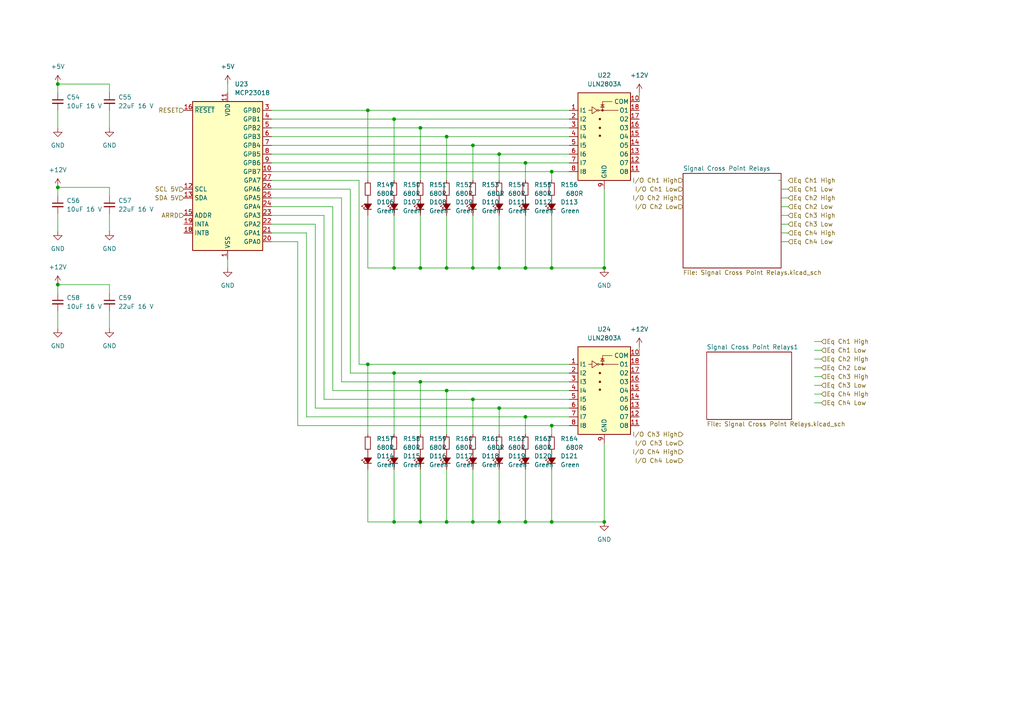
<source format=kicad_sch>
(kicad_sch (version 20211123) (generator eeschema)
  (paper "A4")
  (lib_symbols
    (symbol "Device:C_Small" (pin_numbers hide) (pin_names (offset 0.254) hide)
      (property "Reference" "C" (at 0.254 1.778 0))
      (property "Value" "C_Small" (at 0.254 -2.032 0))
      (symbol "C_Small_0_1"
        (polyline (pts (xy -1.524 -0.508) (xy 1.524 -0.508)) (stroke (width 0.3302)))
        (polyline (pts (xy -1.524 0.508) (xy 1.524 0.508)) (stroke (width 0.3048)))
      )
      (symbol "C_Small_1_1"
        (pin passive line (at 0 2.54 270) (length 2.032) (name "~") (number "1"))
        (pin passive line (at 0 -2.54 90) (length 2.032) (name "~") (number "2"))
      )
    )
    (symbol "Device:LED_Small_Filled" (pin_numbers hide) (pin_names (offset 0.254) hide)
      (property "Reference" "D" (at -1.27 3.175 0))
      (property "Value" "LED_Small_Filled" (at -4.445 -2.54 0))
      (symbol "LED_Small_Filled_0_1"
        (polyline (pts (xy -0.762 -1.016) (xy -0.762 1.016)) (stroke (width 0.254)))
        (polyline (pts (xy 1.016 0) (xy -0.762 0)))
        (polyline (pts (xy 0.762 -1.016) (xy -0.762 0) (xy 0.762 1.016) (xy 0.762 -1.016)) (stroke (width 0.254)) (fill (type outline)))
        (polyline (pts (xy 0 0.762) (xy -0.508 1.27) (xy -0.254 1.27) (xy -0.508 1.27) (xy -0.508 1.016)))
        (polyline (pts (xy 0.508 1.27) (xy 0 1.778) (xy 0.254 1.778) (xy 0 1.778) (xy 0 1.524)))
      )
      (symbol "LED_Small_Filled_1_1"
        (pin passive line (at -2.54 0 0) (length 1.778) (name "K") (number "1"))
        (pin passive line (at 2.54 0 180) (length 1.778) (name "A") (number "2"))
      )
    )
    (symbol "Device:R_Small" (pin_numbers hide) (pin_names (offset 0.254) hide)
      (property "Reference" "R" (at 0.762 0.508 0))
      (property "Value" "R_Small" (at 0.762 -1.016 0))
      (symbol "R_Small_0_1"
        (rectangle (start -0.762 1.778) (end 0.762 -1.778) (stroke (width 0.2032)))
      )
      (symbol "R_Small_1_1"
        (pin passive line (at 0 2.54 270) (length 0.762) (name "~") (number "1"))
        (pin passive line (at 0 -2.54 90) (length 0.762) (name "~") (number "2"))
      )
    )
    (symbol "MCP23018:MCP23018"
      (property "Reference" "U" (at 0 0 0))
      (property "Value" "MCP23018" (at 0 0 0))
      (symbol "MCP23018_0_1"
        (rectangle (start -10.16 20.32) (end 10.16 -22.86) (stroke (width 0.254)) (fill (type background)))
      )
      (symbol "MCP23018_1_1"
        (pin power_in line (at 0 -25.4 90) (length 2.54) (name "VSS") (number "1"))
        (pin output line (at 12.7 0 180) (length 2.54) (name "GPB7") (number "10"))
        (pin power_in line (at 0 22.86 270) (length 2.54) (name "VDD") (number "11"))
        (pin input line (at -12.7 -5.08 0) (length 2.54) (name "SCL") (number "12"))
        (pin input line (at -12.7 -7.62 0) (length 2.54) (name "SDA") (number "13"))
        (pin input line (at -12.7 -12.7 0) (length 2.54) (name "ADDR") (number "15"))
        (pin input line (at -12.7 17.78 0) (length 2.54) (name "~{RESET}") (number "16"))
        (pin input line (at -12.7 -17.78 0) (length 2.54) (name "INTB") (number "18"))
        (pin input line (at -12.7 -15.24 0) (length 2.54) (name "INTA") (number "19"))
        (pin output line (at 12.7 -20.32 180) (length 2.54) (name "GPA0") (number "20"))
        (pin output line (at 12.7 -17.78 180) (length 2.54) (name "GPA1") (number "21"))
        (pin output line (at 12.7 -15.24 180) (length 2.54) (name "GPA2") (number "22"))
        (pin output line (at 12.7 -12.7 180) (length 2.54) (name "GPA3") (number "23"))
        (pin output line (at 12.7 -10.16 180) (length 2.54) (name "GPA4") (number "24"))
        (pin output line (at 12.7 -7.62 180) (length 2.54) (name "GPA5") (number "25"))
        (pin output line (at 12.7 -5.08 180) (length 2.54) (name "GPA6") (number "26"))
        (pin output line (at 12.7 -2.54 180) (length 2.54) (name "GPA7") (number "27"))
        (pin output line (at 12.7 17.78 180) (length 2.54) (name "GPB0") (number "3"))
        (pin output line (at 12.7 15.24 180) (length 2.54) (name "GPB1") (number "4"))
        (pin output line (at 12.7 12.7 180) (length 2.54) (name "GPB2") (number "5"))
        (pin output line (at 12.7 10.16 180) (length 2.54) (name "GPB3") (number "6"))
        (pin output line (at 12.7 7.62 180) (length 2.54) (name "GPB4") (number "7"))
        (pin output line (at 12.7 5.08 180) (length 2.54) (name "GPB5") (number "8"))
        (pin output line (at 12.7 2.54 180) (length 2.54) (name "GPB6") (number "9"))
      )
    )
    (symbol "Transistor_Array:ULN2803A"
      (property "Reference" "U" (at 0 13.335 0))
      (property "Value" "ULN2803A" (at 0 11.43 0))
      (symbol "ULN2803A_0_1"
        (rectangle (start -7.62 -15.24) (end 7.62 10.16) (stroke (width 0.254)) (fill (type background)))
        (circle (center -1.778 5.08) (radius 0.254))
        (circle (center -1.27 -2.286) (radius 0.254) (fill (type outline)))
        (circle (center -1.27 0) (radius 0.254) (fill (type outline)))
        (circle (center -1.27 2.54) (radius 0.254) (fill (type outline)))
        (circle (center -0.508 5.08) (radius 0.254) (fill (type outline)))
        (polyline (pts (xy -4.572 5.08) (xy -3.556 5.08)))
        (polyline (pts (xy -1.524 5.08) (xy 4.064 5.08)))
        (polyline (pts (xy 0 6.731) (xy -1.016 6.731)))
        (polyline (pts (xy -0.508 5.08) (xy -0.508 7.62) (xy 2.286 7.62)))
        (polyline (pts (xy -3.556 6.096) (xy -3.556 4.064) (xy -2.032 5.08) (xy -3.556 6.096)))
        (polyline (pts (xy 0 5.969) (xy -1.016 5.969) (xy -0.508 6.731) (xy 0 5.969)))
      )
      (symbol "ULN2803A_1_1"
        (pin input line (at -10.16 5.08 0) (length 2.54) (name "I1") (number "1"))
        (pin passive line (at 10.16 7.62 180) (length 2.54) (name "COM") (number "10"))
        (pin open_collector line (at 10.16 -12.7 180) (length 2.54) (name "O8") (number "11"))
        (pin open_collector line (at 10.16 -10.16 180) (length 2.54) (name "O7") (number "12"))
        (pin open_collector line (at 10.16 -7.62 180) (length 2.54) (name "O6") (number "13"))
        (pin open_collector line (at 10.16 -5.08 180) (length 2.54) (name "O5") (number "14"))
        (pin open_collector line (at 10.16 -2.54 180) (length 2.54) (name "O4") (number "15"))
        (pin open_collector line (at 10.16 0 180) (length 2.54) (name "O3") (number "16"))
        (pin open_collector line (at 10.16 2.54 180) (length 2.54) (name "O2") (number "17"))
        (pin open_collector line (at 10.16 5.08 180) (length 2.54) (name "O1") (number "18"))
        (pin input line (at -10.16 2.54 0) (length 2.54) (name "I2") (number "2"))
        (pin input line (at -10.16 0 0) (length 2.54) (name "I3") (number "3"))
        (pin input line (at -10.16 -2.54 0) (length 2.54) (name "I4") (number "4"))
        (pin input line (at -10.16 -5.08 0) (length 2.54) (name "I5") (number "5"))
        (pin input line (at -10.16 -7.62 0) (length 2.54) (name "I6") (number "6"))
        (pin input line (at -10.16 -10.16 0) (length 2.54) (name "I7") (number "7"))
        (pin input line (at -10.16 -12.7 0) (length 2.54) (name "I8") (number "8"))
        (pin power_in line (at 0 -17.78 90) (length 2.54) (name "GND") (number "9"))
      )
    )
    (symbol "power:+12V" (power) (pin_names (offset 0))
      (property "Value" "+12V" (at 0 3.556 0))
      (symbol "+12V_0_1"
        (polyline (pts (xy -0.762 1.27) (xy 0 2.54)))
        (polyline (pts (xy 0 0) (xy 0 2.54)))
        (polyline (pts (xy 0 2.54) (xy 0.762 1.27)))
      )
      (symbol "+12V_1_1"
        (pin power_in line (at 0 0 90) (length 0) hide (name "+12V") (number "1"))
      )
    )
    (symbol "power:+5V" (power) (pin_names (offset 0))
      (property "Value" "+5V" (at 0 3.556 0))
      (symbol "+5V_0_1"
        (polyline (pts (xy -0.762 1.27) (xy 0 2.54)))
        (polyline (pts (xy 0 0) (xy 0 2.54)))
        (polyline (pts (xy 0 2.54) (xy 0.762 1.27)))
      )
      (symbol "+5V_1_1"
        (pin power_in line (at 0 0 90) (length 0) hide (name "+5V") (number "1"))
      )
    )
    (symbol "power:GND" (power) (pin_names (offset 0))
      (property "Value" "GND" (at 0 -3.81 0))
      (symbol "GND_0_1"
        (polyline (pts (xy 0 0) (xy 0 -1.27) (xy 1.27 -1.27) (xy 0 -2.54) (xy -1.27 -1.27) (xy 0 -1.27)))
      )
      (symbol "GND_1_1"
        (pin power_in line (at 0 0 270) (length 0) hide (name "GND") (number "1"))
      )
    )
  )
  (junction (at 121.92 37.084))
  (junction (at 160.02 77.724))
  (junction (at 16.764 54.356))
  (junction (at 106.68 32.004))
  (junction (at 121.92 151.384))
  (junction (at 16.764 82.55))
  (junction (at 114.3 151.384))
  (junction (at 114.3 108.204))
  (junction (at 152.4 151.384))
  (junction (at 121.92 77.724))
  (junction (at 137.16 115.824))
  (junction (at 129.54 77.724))
  (junction (at 175.26 77.724))
  (junction (at 175.26 151.384))
  (junction (at 114.3 77.724))
  (junction (at 129.54 113.284))
  (junction (at 137.16 42.164))
  (junction (at 152.4 120.904))
  (junction (at 144.78 118.364))
  (junction (at 137.16 151.384))
  (junction (at 144.78 151.384))
  (junction (at 16.764 24.384))
  (junction (at 144.78 77.724))
  (junction (at 121.92 110.744))
  (junction (at 160.02 151.384))
  (junction (at 106.68 105.664))
  (junction (at 152.4 47.244))
  (junction (at 129.54 39.624))
  (junction (at 137.16 77.724))
  (junction (at 152.4 77.724))
  (junction (at 129.54 151.384))
  (junction (at 114.3 34.544))
  (junction (at 160.02 123.444))
  (junction (at 144.78 44.704))
  (junction (at 160.02 49.784))
  (wire (pts (xy 88.9 120.904) (xy 152.4 120.904)))
  (wire (pts (xy 78.74 59.944) (xy 96.52 59.944)))
  (wire (pts (xy 121.92 77.724) (xy 129.54 77.724)))
  (wire (pts (xy 31.75 85.09) (xy 31.75 82.55)))
  (wire (pts (xy 121.92 37.084) (xy 165.1 37.084)))
  (wire (pts (xy 129.54 62.484) (xy 129.54 77.724)))
  (wire (pts (xy 91.44 65.024) (xy 78.74 65.024)))
  (wire (pts (xy 99.06 110.744) (xy 121.92 110.744)))
  (wire (pts (xy 238.252 99.06) (xy 236.22 99.06)))
  (wire (pts (xy 106.68 32.004) (xy 106.68 52.324)))
  (wire (pts (xy 152.4 47.244) (xy 165.1 47.244)))
  (wire (pts (xy 144.78 151.384) (xy 152.4 151.384)))
  (wire (pts (xy 160.02 77.724) (xy 175.26 77.724)))
  (wire (pts (xy 114.3 62.484) (xy 114.3 77.724)))
  (wire (pts (xy 228.6 54.864) (xy 226.568 54.864)))
  (wire (pts (xy 106.68 62.484) (xy 106.68 77.724)))
  (wire (pts (xy 129.54 113.284) (xy 129.54 125.984)))
  (wire (pts (xy 144.78 136.144) (xy 144.78 151.384)))
  (wire (pts (xy 137.16 115.824) (xy 165.1 115.824)))
  (wire (pts (xy 185.42 26.924) (xy 185.42 29.464)))
  (wire (pts (xy 238.252 111.76) (xy 236.22 111.76)))
  (wire (pts (xy 114.3 34.544) (xy 114.3 52.324)))
  (wire (pts (xy 129.54 113.284) (xy 96.52 113.284)))
  (wire (pts (xy 78.74 54.864) (xy 101.6 54.864)))
  (wire (pts (xy 137.16 115.824) (xy 137.16 125.984)))
  (wire (pts (xy 137.16 62.484) (xy 137.16 77.724)))
  (wire (pts (xy 93.98 62.484) (xy 93.98 115.824)))
  (wire (pts (xy 106.68 136.144) (xy 106.68 151.384)))
  (wire (pts (xy 160.02 136.144) (xy 160.02 151.384)))
  (wire (pts (xy 238.252 104.14) (xy 236.22 104.14)))
  (wire (pts (xy 129.54 113.284) (xy 165.1 113.284)))
  (wire (pts (xy 160.02 123.444) (xy 160.02 125.984)))
  (wire (pts (xy 129.54 39.624) (xy 165.1 39.624)))
  (wire (pts (xy 66.04 75.184) (xy 66.04 77.724)))
  (wire (pts (xy 137.16 77.724) (xy 144.78 77.724)))
  (wire (pts (xy 78.74 34.544) (xy 114.3 34.544)))
  (wire (pts (xy 121.92 136.144) (xy 121.92 151.384)))
  (wire (pts (xy 160.02 49.784) (xy 160.02 52.324)))
  (wire (pts (xy 238.252 114.3) (xy 236.22 114.3)))
  (wire (pts (xy 121.92 151.384) (xy 129.54 151.384)))
  (wire (pts (xy 137.16 42.164) (xy 137.16 52.324)))
  (wire (pts (xy 78.74 42.164) (xy 137.16 42.164)))
  (wire (pts (xy 228.6 57.404) (xy 226.568 57.404)))
  (wire (pts (xy 144.78 44.704) (xy 165.1 44.704)))
  (wire (pts (xy 144.78 118.364) (xy 144.78 125.984)))
  (wire (pts (xy 16.764 32.004) (xy 16.764 37.084)))
  (wire (pts (xy 121.92 110.744) (xy 165.1 110.744)))
  (wire (pts (xy 228.6 62.484) (xy 226.568 62.484)))
  (wire (pts (xy 78.74 37.084) (xy 121.92 37.084)))
  (wire (pts (xy 86.36 123.444) (xy 86.36 70.104)))
  (wire (pts (xy 96.52 59.944) (xy 96.52 113.284)))
  (wire (pts (xy 106.68 77.724) (xy 114.3 77.724)))
  (wire (pts (xy 114.3 136.144) (xy 114.3 151.384)))
  (wire (pts (xy 16.764 90.17) (xy 16.764 95.25)))
  (wire (pts (xy 137.16 42.164) (xy 165.1 42.164)))
  (wire (pts (xy 106.68 105.664) (xy 165.1 105.664)))
  (wire (pts (xy 31.75 90.17) (xy 31.75 95.25)))
  (wire (pts (xy 175.26 54.864) (xy 175.26 77.724)))
  (wire (pts (xy 238.252 106.68) (xy 236.22 106.68)))
  (wire (pts (xy 86.36 70.104) (xy 78.74 70.104)))
  (wire (pts (xy 114.3 34.544) (xy 165.1 34.544)))
  (wire (pts (xy 91.44 65.024) (xy 91.44 118.364)))
  (wire (pts (xy 228.6 65.024) (xy 226.568 65.024)))
  (wire (pts (xy 228.6 70.104) (xy 226.568 70.104)))
  (wire (pts (xy 114.3 151.384) (xy 121.92 151.384)))
  (wire (pts (xy 152.4 62.484) (xy 152.4 77.724)))
  (wire (pts (xy 160.02 123.444) (xy 86.36 123.444)))
  (wire (pts (xy 31.75 32.004) (xy 31.75 37.084)))
  (wire (pts (xy 106.68 32.004) (xy 165.1 32.004)))
  (wire (pts (xy 78.74 57.404) (xy 99.06 57.404)))
  (wire (pts (xy 121.92 62.484) (xy 121.92 77.724)))
  (wire (pts (xy 228.6 67.564) (xy 226.568 67.564)))
  (wire (pts (xy 129.54 136.144) (xy 129.54 151.384)))
  (wire (pts (xy 175.26 128.524) (xy 175.26 151.384)))
  (wire (pts (xy 160.02 151.384) (xy 175.26 151.384)))
  (wire (pts (xy 144.78 62.484) (xy 144.78 77.724)))
  (wire (pts (xy 16.764 54.356) (xy 31.75 54.356)))
  (wire (pts (xy 78.74 44.704) (xy 144.78 44.704)))
  (wire (pts (xy 238.252 109.22) (xy 236.22 109.22)))
  (wire (pts (xy 160.02 123.444) (xy 165.1 123.444)))
  (wire (pts (xy 152.4 151.384) (xy 160.02 151.384)))
  (wire (pts (xy 78.74 47.244) (xy 152.4 47.244)))
  (wire (pts (xy 144.78 118.364) (xy 91.44 118.364)))
  (wire (pts (xy 31.75 26.924) (xy 31.75 24.384)))
  (wire (pts (xy 104.14 105.664) (xy 106.68 105.664)))
  (wire (pts (xy 144.78 77.724) (xy 152.4 77.724)))
  (wire (pts (xy 129.54 39.624) (xy 129.54 52.324)))
  (wire (pts (xy 152.4 136.144) (xy 152.4 151.384)))
  (wire (pts (xy 16.764 24.384) (xy 31.75 24.384)))
  (wire (pts (xy 93.98 115.824) (xy 137.16 115.824)))
  (wire (pts (xy 16.764 61.976) (xy 16.764 67.056)))
  (wire (pts (xy 238.252 101.6) (xy 236.22 101.6)))
  (wire (pts (xy 114.3 108.204) (xy 165.1 108.204)))
  (wire (pts (xy 238.252 116.84) (xy 236.22 116.84)))
  (wire (pts (xy 106.68 151.384) (xy 114.3 151.384)))
  (wire (pts (xy 78.74 49.784) (xy 160.02 49.784)))
  (wire (pts (xy 78.74 52.324) (xy 104.14 52.324)))
  (wire (pts (xy 160.02 62.484) (xy 160.02 77.724)))
  (wire (pts (xy 137.16 136.144) (xy 137.16 151.384)))
  (wire (pts (xy 31.75 56.896) (xy 31.75 54.356)))
  (wire (pts (xy 144.78 44.704) (xy 144.78 52.324)))
  (wire (pts (xy 31.75 61.976) (xy 31.75 67.056)))
  (wire (pts (xy 152.4 77.724) (xy 160.02 77.724)))
  (wire (pts (xy 16.764 85.09) (xy 16.764 82.55)))
  (wire (pts (xy 185.42 100.584) (xy 185.42 103.124)))
  (wire (pts (xy 121.92 110.744) (xy 121.92 125.984)))
  (wire (pts (xy 137.16 151.384) (xy 144.78 151.384)))
  (wire (pts (xy 114.3 108.204) (xy 114.3 125.984)))
  (wire (pts (xy 16.764 82.55) (xy 31.75 82.55)))
  (wire (pts (xy 228.6 59.944) (xy 226.568 59.944)))
  (wire (pts (xy 144.78 118.364) (xy 165.1 118.364)))
  (wire (pts (xy 152.4 47.244) (xy 152.4 52.324)))
  (wire (pts (xy 78.74 62.484) (xy 93.98 62.484)))
  (wire (pts (xy 121.92 37.084) (xy 121.92 52.324)))
  (wire (pts (xy 16.764 26.924) (xy 16.764 24.384)))
  (wire (pts (xy 66.04 24.384) (xy 66.04 26.924)))
  (wire (pts (xy 101.6 108.204) (xy 114.3 108.204)))
  (wire (pts (xy 78.74 39.624) (xy 129.54 39.624)))
  (wire (pts (xy 16.764 56.896) (xy 16.764 54.356)))
  (wire (pts (xy 160.02 49.784) (xy 165.1 49.784)))
  (wire (pts (xy 106.68 125.984) (xy 106.68 105.664)))
  (wire (pts (xy 99.06 57.404) (xy 99.06 110.744)))
  (wire (pts (xy 101.6 54.864) (xy 101.6 108.204)))
  (wire (pts (xy 129.54 77.724) (xy 137.16 77.724)))
  (wire (pts (xy 88.9 67.564) (xy 78.74 67.564)))
  (wire (pts (xy 104.14 52.324) (xy 104.14 105.664)))
  (wire (pts (xy 88.9 67.564) (xy 88.9 120.904)))
  (wire (pts (xy 114.3 77.724) (xy 121.92 77.724)))
  (wire (pts (xy 129.54 151.384) (xy 137.16 151.384)))
  (wire (pts (xy 226.568 52.324) (xy 225.806 52.324)))
  (wire (pts (xy 152.4 120.904) (xy 165.1 120.904)))
  (wire (pts (xy 78.74 32.004) (xy 106.68 32.004)))
  (wire (pts (xy 152.4 120.904) (xy 152.4 125.984)))
  (hierarchical_label "I{slash}O Ch4 Low" (shape input) (at 198.12 133.604 180))
  (hierarchical_label "I{slash}O Ch1 High" (shape input) (at 198.12 52.324 180))
  (hierarchical_label "Eq Ch3 Low" (shape input) (at 238.252 111.76 0))
  (hierarchical_label "Eq Ch1 High" (shape input) (at 228.6 52.324 0))
  (hierarchical_label "Eq Ch2 Low" (shape input) (at 238.252 106.68 0))
  (hierarchical_label "Eq Ch4 High" (shape input) (at 238.252 114.3 0))
  (hierarchical_label "Eq Ch4 High" (shape input) (at 228.6 67.564 0))
  (hierarchical_label "Eq Ch3 High" (shape input) (at 228.6 62.484 0))
  (hierarchical_label "I{slash}O Ch3 High" (shape input) (at 198.12 125.984 180))
  (hierarchical_label "Eq Ch3 High" (shape input) (at 238.252 109.22 0))
  (hierarchical_label "SDA 5V" (shape input) (at 53.34 57.404 180))
  (hierarchical_label "RESET" (shape input) (at 53.34 32.004 180))
  (hierarchical_label "SCL 5V" (shape input) (at 53.34 54.864 180))
  (hierarchical_label "Eq Ch1 Low" (shape input) (at 238.252 101.6 0))
  (hierarchical_label "Eq Ch4 Low" (shape input) (at 228.6 70.104 0))
  (hierarchical_label "ARRD" (shape input) (at 53.34 62.484 180))
  (hierarchical_label "Eq Ch3 Low" (shape input) (at 228.6 65.024 0))
  (hierarchical_label "Eq Ch2 Low" (shape input) (at 228.6 59.944 0))
  (hierarchical_label "Eq Ch1 High" (shape input) (at 238.252 99.06 0))
  (hierarchical_label "Eq Ch4 Low" (shape input) (at 238.252 116.84 0))
  (hierarchical_label "I{slash}O Ch4 High" (shape input) (at 198.12 131.064 180))
  (hierarchical_label "Eq Ch1 Low" (shape input) (at 228.6 54.864 0))
  (hierarchical_label "I{slash}O Ch3 Low" (shape input) (at 198.12 128.524 180))
  (hierarchical_label "Eq Ch2 High" (shape input) (at 238.252 104.14 0))
  (hierarchical_label "I{slash}O Ch2 Low" (shape input) (at 198.12 59.944 180))
  (hierarchical_label "I{slash}O Ch1 Low" (shape input) (at 198.12 54.864 180))
  (hierarchical_label "I{slash}O Ch2 High" (shape input) (at 198.12 57.404 180))
  (hierarchical_label "Eq Ch2 High" (shape input) (at 228.6 57.404 0))
  (symbol (lib_id "Device:R_Small") (at 160.02 54.864 0) (unit 1)
    (property "Reference" "R156" (at 162.56 53.5939 0) (effects (justify left)))
    (property "Value" "680R" (at 164.084 56.1339 0) (effects (justify left)))
    (property "Footprint" "Resistor_SMD:R_1206_3216Metric_Pad1.30x1.75mm_HandSolder" (effects hide))
    (property "Datasheet" "https://industrial.panasonic.com/ww/products/pt/general-purpose-chip-resistors/models/ERJ6GEYJ681V" (effects hide))
    (property "DigiKey #" "P680ACT-ND" (effects hide))
    (property "Manufacturer #" "ERJ-6GEYJ681V" (effects hide))
    (property "Manufacturer" "Panasonic Electronics Company" (effects hide))
    (property "Farnell #" "2057697" (effects hide))
  )
  (symbol (lib_id "power:+12V") (at 16.764 82.55 0) (unit 1)
    (property "Reference" "#PWR0268" (effects hide))
    (property "Value" "+12V" (at 16.764 77.47 0))
  )
  (symbol (lib_id "power:+5V") (at 16.764 24.384 0) (unit 1)
    (property "Reference" "#PWR0258" (effects hide))
    (property "Value" "+5V" (at 16.764 19.304 0))
  )
  (symbol (lib_id "Device:LED_Small_Filled") (at 144.78 59.944 90) (unit 1)
    (property "Reference" "D111" (at 147.32 58.6104 90) (effects (justify right)))
    (property "Value" "Green" (at 147.32 61.1504 90) (effects (justify right)))
    (property "Footprint" "Diode_SMD:D_0805_2012Metric_Pad1.15x1.40mm_HandSolder" (effects hide))
    (property "Datasheet" "https://www.we-online.com/katalog/datasheet/150080VS75000.pdf" (effects hide))
    (property "DigiKey #" "732-4986-1-ND" (effects hide))
    (property "Manufacturer #" "150080VS75000" (effects hide))
    (property "Manufacturer" "Würth Elektronik" (effects hide))
    (property "Farnell #" "2322081" (effects hide))
    (property "Mouser #" "710-150080VS75000" (effects hide))
    (property "RS #" "8154237P" (effects hide))
  )
  (symbol (lib_id "Device:LED_Small_Filled") (at 106.68 133.604 90) (unit 1)
    (property "Reference" "D114" (at 109.22 132.2704 90) (effects (justify right)))
    (property "Value" "Green" (at 109.22 134.8104 90) (effects (justify right)))
    (property "Footprint" "Diode_SMD:D_0805_2012Metric_Pad1.15x1.40mm_HandSolder" (effects hide))
    (property "Datasheet" "https://www.we-online.com/katalog/datasheet/150080VS75000.pdf" (effects hide))
    (property "DigiKey #" "732-4986-1-ND" (effects hide))
    (property "Manufacturer #" "150080VS75000" (effects hide))
    (property "Manufacturer" "Würth Elektronik" (effects hide))
    (property "Farnell #" "2322081" (effects hide))
    (property "Mouser #" "710-150080VS75000" (effects hide))
    (property "RS #" "8154237P" (effects hide))
  )
  (symbol (lib_id "Device:LED_Small_Filled") (at 152.4 59.944 90) (unit 1)
    (property "Reference" "D112" (at 154.94 58.6104 90) (effects (justify right)))
    (property "Value" "Green" (at 154.94 61.1504 90) (effects (justify right)))
    (property "Footprint" "Diode_SMD:D_0805_2012Metric_Pad1.15x1.40mm_HandSolder" (effects hide))
    (property "Datasheet" "https://www.we-online.com/katalog/datasheet/150080VS75000.pdf" (effects hide))
    (property "DigiKey #" "732-4986-1-ND" (effects hide))
    (property "Manufacturer #" "150080VS75000" (effects hide))
    (property "Manufacturer" "Würth Elektronik" (effects hide))
    (property "Farnell #" "2322081" (effects hide))
    (property "Mouser #" "710-150080VS75000" (effects hide))
    (property "RS #" "8154237P" (effects hide))
  )
  (symbol (lib_id "Device:LED_Small_Filled") (at 129.54 133.604 90) (unit 1)
    (property "Reference" "D117" (at 132.08 132.2704 90) (effects (justify right)))
    (property "Value" "Green" (at 132.08 134.8104 90) (effects (justify right)))
    (property "Footprint" "Diode_SMD:D_0805_2012Metric_Pad1.15x1.40mm_HandSolder" (effects hide))
    (property "Datasheet" "https://www.we-online.com/katalog/datasheet/150080VS75000.pdf" (effects hide))
    (property "DigiKey #" "732-4986-1-ND" (effects hide))
    (property "Manufacturer #" "150080VS75000" (effects hide))
    (property "Manufacturer" "Würth Elektronik" (effects hide))
    (property "Farnell #" "2322081" (effects hide))
    (property "Mouser #" "710-150080VS75000" (effects hide))
    (property "RS #" "8154237P" (effects hide))
  )
  (symbol (lib_id "power:GND") (at 31.75 37.084 0) (unit 1)
    (property "Reference" "#PWR0262" (effects hide))
    (property "Value" "GND" (at 31.75 42.164 0))
  )
  (symbol (lib_id "power:+12V") (at 185.42 100.584 0) (unit 1)
    (property "Reference" "#PWR0271" (effects hide))
    (property "Value" "+12V" (at 185.42 95.504 0))
  )
  (symbol (lib_id "power:GND") (at 31.75 95.25 0) (unit 1)
    (property "Reference" "#PWR0270" (effects hide))
    (property "Value" "GND" (at 31.75 100.33 0))
  )
  (symbol (lib_id "Device:C_Small") (at 16.764 87.63 0) (unit 1)
    (property "Reference" "C58" (at 19.304 86.3662 0) (effects (justify left)))
    (property "Value" "10uF 16 V" (at 19.304 88.9062 0) (effects (justify left)))
    (property "Footprint" "Capacitor_SMD:C_1206_3216Metric_Pad1.33x1.80mm_HandSolder" (effects hide))
    (property "Datasheet" "https://www.we-online.com/katalog/datasheet/885012208075.pdf" (effects hide))
    (property "Manufacturer #" "885012107014" (effects hide))
    (property "DigiKey #" "732-7624-1-ND" (effects hide))
    (property "Manufacturer" "Würth Elektronik" (effects hide))
  )
  (symbol (lib_id "Device:R_Small") (at 144.78 128.524 0) (unit 1)
    (property "Reference" "R162" (at 147.32 127.2539 0) (effects (justify left)))
    (property "Value" "680R" (at 147.32 129.7939 0) (effects (justify left)))
    (property "Footprint" "Resistor_SMD:R_1206_3216Metric_Pad1.30x1.75mm_HandSolder" (effects hide))
    (property "Datasheet" "https://industrial.panasonic.com/ww/products/pt/general-purpose-chip-resistors/models/ERJ6GEYJ681V" (effects hide))
    (property "DigiKey #" "P680ACT-ND" (effects hide))
    (property "Manufacturer #" "ERJ-6GEYJ681V" (effects hide))
    (property "Manufacturer" "Panasonic Electronics Company" (effects hide))
    (property "Farnell #" "2057697" (effects hide))
  )
  (symbol (lib_id "Device:R_Small") (at 137.16 54.864 0) (unit 1)
    (property "Reference" "R153" (at 139.7 53.5939 0) (effects (justify left)))
    (property "Value" "680R" (at 141.224 56.1339 0) (effects (justify left)))
    (property "Footprint" "Resistor_SMD:R_1206_3216Metric_Pad1.30x1.75mm_HandSolder" (effects hide))
    (property "Datasheet" "https://industrial.panasonic.com/ww/products/pt/general-purpose-chip-resistors/models/ERJ6GEYJ681V" (effects hide))
    (property "DigiKey #" "P680ACT-ND" (effects hide))
    (property "Manufacturer #" "ERJ-6GEYJ681V" (effects hide))
    (property "Manufacturer" "Panasonic Electronics Company" (effects hide))
    (property "Farnell #" "2057697" (effects hide))
  )
  (symbol (lib_id "Device:LED_Small_Filled") (at 160.02 59.944 90) (unit 1)
    (property "Reference" "D113" (at 162.56 58.6104 90) (effects (justify right)))
    (property "Value" "Green" (at 162.56 61.1504 90) (effects (justify right)))
    (property "Footprint" "Diode_SMD:D_0805_2012Metric_Pad1.15x1.40mm_HandSolder" (effects hide))
    (property "Datasheet" "https://www.we-online.com/katalog/datasheet/150080VS75000.pdf" (effects hide))
    (property "DigiKey #" "732-4986-1-ND" (effects hide))
    (property "Manufacturer #" "150080VS75000" (effects hide))
    (property "Manufacturer" "Würth Elektronik" (effects hide))
    (property "Farnell #" "2322081" (effects hide))
    (property "Mouser #" "710-150080VS75000" (effects hide))
    (property "RS #" "8154237P" (effects hide))
  )
  (symbol (lib_id "MCP23018:MCP23018") (at 66.04 49.784 0) (unit 1)
    (property "Reference" "U23" (at 68.0594 24.384 0) (effects (justify left)))
    (property "Value" "MCP23018" (at 68.0594 26.924 0) (effects (justify left)))
    (property "Footprint" "Package_DIP:DIP-28_W7.62mm_LongPads" (effects hide))
    (property "Datasheet" "https://ww1.microchip.com/downloads/en/DeviceDoc/22103a.pdf" (effects hide))
    (property "DigiKey #" "MCP23018-E/SP-ND" (effects hide))
    (property "Manufacturer" "Microchip Technology" (effects hide))
    (property "Manufacturer #" "MCP23018-E/SP" (effects hide))
  )
  (symbol (lib_id "Device:R_Small") (at 106.68 128.524 0) (unit 1)
    (property "Reference" "R157" (at 109.22 127.2539 0) (effects (justify left)))
    (property "Value" "680R" (at 109.22 129.7939 0) (effects (justify left)))
    (property "Footprint" "Resistor_SMD:R_1206_3216Metric_Pad1.30x1.75mm_HandSolder" (effects hide))
    (property "Datasheet" "https://industrial.panasonic.com/ww/products/pt/general-purpose-chip-resistors/models/ERJ6GEYJ681V" (effects hide))
    (property "DigiKey #" "P680ACT-ND" (effects hide))
    (property "Manufacturer #" "ERJ-6GEYJ681V" (effects hide))
    (property "Manufacturer" "Panasonic Electronics Company" (effects hide))
    (property "Farnell #" "2057697" (effects hide))
  )
  (symbol (lib_id "Device:LED_Small_Filled") (at 121.92 59.944 90) (unit 1)
    (property "Reference" "D108" (at 124.46 58.6104 90) (effects (justify right)))
    (property "Value" "Green" (at 124.46 61.1504 90) (effects (justify right)))
    (property "Footprint" "Diode_SMD:D_0805_2012Metric_Pad1.15x1.40mm_HandSolder" (effects hide))
    (property "Datasheet" "https://www.we-online.com/katalog/datasheet/150080VS75000.pdf" (effects hide))
    (property "DigiKey #" "732-4986-1-ND" (effects hide))
    (property "Manufacturer #" "150080VS75000" (effects hide))
    (property "Manufacturer" "Würth Elektronik" (effects hide))
    (property "Farnell #" "2322081" (effects hide))
    (property "Mouser #" "710-150080VS75000" (effects hide))
    (property "RS #" "8154237P" (effects hide))
  )
  (symbol (lib_id "Device:C_Small") (at 16.764 59.436 0) (unit 1)
    (property "Reference" "C56" (at 19.304 58.1722 0) (effects (justify left)))
    (property "Value" "10uF 16 V" (at 19.304 60.7122 0) (effects (justify left)))
    (property "Footprint" "Capacitor_SMD:C_1206_3216Metric_Pad1.33x1.80mm_HandSolder" (effects hide))
    (property "Datasheet" "https://www.we-online.com/katalog/datasheet/885012208075.pdf" (effects hide))
    (property "Manufacturer #" "885012107014" (effects hide))
    (property "DigiKey #" "732-7624-1-ND" (effects hide))
    (property "Manufacturer" "Würth Elektronik" (effects hide))
  )
  (symbol (lib_id "Device:R_Small") (at 121.92 54.864 0) (unit 1)
    (property "Reference" "R151" (at 124.46 53.5939 0) (effects (justify left)))
    (property "Value" "680R" (at 124.46 56.1339 0) (effects (justify left)))
    (property "Footprint" "Resistor_SMD:R_1206_3216Metric_Pad1.30x1.75mm_HandSolder" (effects hide))
    (property "Datasheet" "https://industrial.panasonic.com/ww/products/pt/general-purpose-chip-resistors/models/ERJ6GEYJ681V" (effects hide))
    (property "DigiKey #" "P680ACT-ND" (effects hide))
    (property "Manufacturer #" "ERJ-6GEYJ681V" (effects hide))
    (property "Manufacturer" "Panasonic Electronics Company" (effects hide))
    (property "Farnell #" "2057697" (effects hide))
  )
  (symbol (lib_id "Device:C_Small") (at 16.764 29.464 0) (unit 1)
    (property "Reference" "C54" (at 19.304 28.2002 0) (effects (justify left)))
    (property "Value" "10uF 16 V" (at 19.304 30.7402 0) (effects (justify left)))
    (property "Footprint" "Capacitor_SMD:C_1206_3216Metric_Pad1.33x1.80mm_HandSolder" (effects hide))
    (property "Datasheet" "https://www.we-online.com/katalog/datasheet/885012208075.pdf" (effects hide))
    (property "Manufacturer #" "885012107014" (effects hide))
    (property "DigiKey #" "732-7624-1-ND" (effects hide))
    (property "Manufacturer" "Würth Elektronik" (effects hide))
  )
  (symbol (lib_id "Device:LED_Small_Filled") (at 152.4 133.604 90) (unit 1)
    (property "Reference" "D120" (at 154.94 132.2704 90) (effects (justify right)))
    (property "Value" "Green" (at 154.94 134.8104 90) (effects (justify right)))
    (property "Footprint" "Diode_SMD:D_0805_2012Metric_Pad1.15x1.40mm_HandSolder" (effects hide))
    (property "Datasheet" "https://www.we-online.com/katalog/datasheet/150080VS75000.pdf" (effects hide))
    (property "DigiKey #" "732-4986-1-ND" (effects hide))
    (property "Manufacturer #" "150080VS75000" (effects hide))
    (property "Manufacturer" "Würth Elektronik" (effects hide))
    (property "Farnell #" "2322081" (effects hide))
    (property "Mouser #" "710-150080VS75000" (effects hide))
    (property "RS #" "8154237P" (effects hide))
  )
  (symbol (lib_id "Transistor_Array:ULN2803A") (at 175.26 37.084 0) (unit 1)
    (property "Reference" "U22" (at 175.26 21.844 0))
    (property "Value" "ULN2803A" (at 175.26 24.384 0))
    (property "Footprint" "Package_DIP:DIP-18_W7.62mm_LongPads" (effects hide))
    (property "Datasheet" "http://www.ti.com/lit/ds/symlink/uln2803a.pdf" (effects hide))
    (property "DigiKey #" "497-2356-5-ND" (effects hide))
    (property "Manufacturer #" "ULN2803A" (effects hide))
    (property "Manufacturer" "STMicroelectronics" (effects hide))
    (property "Mouser #" "511-ULN2803A" (effects hide))
  )
  (symbol (lib_id "power:GND") (at 16.764 37.084 0) (unit 1)
    (property "Reference" "#PWR0261" (effects hide))
    (property "Value" "GND" (at 16.764 42.164 0))
  )
  (symbol (lib_id "Device:R_Small") (at 152.4 54.864 0) (unit 1)
    (property "Reference" "R155" (at 154.94 53.5939 0) (effects (justify left)))
    (property "Value" "680R" (at 154.94 56.1339 0) (effects (justify left)))
    (property "Footprint" "Resistor_SMD:R_1206_3216Metric_Pad1.30x1.75mm_HandSolder" (effects hide))
    (property "Datasheet" "https://industrial.panasonic.com/ww/products/pt/general-purpose-chip-resistors/models/ERJ6GEYJ681V" (effects hide))
    (property "DigiKey #" "P680ACT-ND" (effects hide))
    (property "Manufacturer #" "ERJ-6GEYJ681V" (effects hide))
    (property "Manufacturer" "Panasonic Electronics Company" (effects hide))
    (property "Farnell #" "2057697" (effects hide))
  )
  (symbol (lib_id "Device:R_Small") (at 137.16 128.524 0) (unit 1)
    (property "Reference" "R161" (at 139.7 127.2539 0) (effects (justify left)))
    (property "Value" "680R" (at 141.224 129.7939 0) (effects (justify left)))
    (property "Footprint" "Resistor_SMD:R_1206_3216Metric_Pad1.30x1.75mm_HandSolder" (effects hide))
    (property "Datasheet" "https://industrial.panasonic.com/ww/products/pt/general-purpose-chip-resistors/models/ERJ6GEYJ681V" (effects hide))
    (property "DigiKey #" "P680ACT-ND" (effects hide))
    (property "Manufacturer #" "ERJ-6GEYJ681V" (effects hide))
    (property "Manufacturer" "Panasonic Electronics Company" (effects hide))
    (property "Farnell #" "2057697" (effects hide))
  )
  (symbol (lib_id "power:GND") (at 175.26 77.724 0) (unit 1)
    (property "Reference" "#PWR0267" (effects hide))
    (property "Value" "GND" (at 175.26 82.804 0))
  )
  (symbol (lib_id "Device:LED_Small_Filled") (at 114.3 133.604 90) (unit 1)
    (property "Reference" "D115" (at 116.84 132.2704 90) (effects (justify right)))
    (property "Value" "Green" (at 116.84 134.8104 90) (effects (justify right)))
    (property "Footprint" "Diode_SMD:D_0805_2012Metric_Pad1.15x1.40mm_HandSolder" (effects hide))
    (property "Datasheet" "https://www.we-online.com/katalog/datasheet/150080VS75000.pdf" (effects hide))
    (property "DigiKey #" "732-4986-1-ND" (effects hide))
    (property "Manufacturer #" "150080VS75000" (effects hide))
    (property "Manufacturer" "Würth Elektronik" (effects hide))
    (property "Farnell #" "2322081" (effects hide))
    (property "Mouser #" "710-150080VS75000" (effects hide))
    (property "RS #" "8154237P" (effects hide))
  )
  (symbol (lib_id "Device:LED_Small_Filled") (at 129.54 59.944 90) (unit 1)
    (property "Reference" "D109" (at 132.08 58.6104 90) (effects (justify right)))
    (property "Value" "Green" (at 132.08 61.1504 90) (effects (justify right)))
    (property "Footprint" "Diode_SMD:D_0805_2012Metric_Pad1.15x1.40mm_HandSolder" (effects hide))
    (property "Datasheet" "https://www.we-online.com/katalog/datasheet/150080VS75000.pdf" (effects hide))
    (property "DigiKey #" "732-4986-1-ND" (effects hide))
    (property "Manufacturer #" "150080VS75000" (effects hide))
    (property "Manufacturer" "Würth Elektronik" (effects hide))
    (property "Farnell #" "2322081" (effects hide))
    (property "Mouser #" "710-150080VS75000" (effects hide))
    (property "RS #" "8154237P" (effects hide))
  )
  (symbol (lib_id "power:GND") (at 31.75 67.056 0) (unit 1)
    (property "Reference" "#PWR0265" (effects hide))
    (property "Value" "GND" (at 31.75 72.136 0))
  )
  (symbol (lib_id "Device:R_Small") (at 106.68 54.864 0) (unit 1)
    (property "Reference" "R149" (at 109.22 53.5939 0) (effects (justify left)))
    (property "Value" "680R" (at 109.22 56.1339 0) (effects (justify left)))
    (property "Footprint" "Resistor_SMD:R_1206_3216Metric_Pad1.30x1.75mm_HandSolder" (effects hide))
    (property "Datasheet" "https://industrial.panasonic.com/ww/products/pt/general-purpose-chip-resistors/models/ERJ6GEYJ681V" (effects hide))
    (property "DigiKey #" "P680ACT-ND" (effects hide))
    (property "Manufacturer #" "ERJ-6GEYJ681V" (effects hide))
    (property "Manufacturer" "Panasonic Electronics Company" (effects hide))
    (property "Farnell #" "2057697" (effects hide))
  )
  (symbol (lib_id "Device:LED_Small_Filled") (at 160.02 133.604 90) (unit 1)
    (property "Reference" "D121" (at 162.56 132.2704 90) (effects (justify right)))
    (property "Value" "Green" (at 162.56 134.8104 90) (effects (justify right)))
    (property "Footprint" "Diode_SMD:D_0805_2012Metric_Pad1.15x1.40mm_HandSolder" (effects hide))
    (property "Datasheet" "https://www.we-online.com/katalog/datasheet/150080VS75000.pdf" (effects hide))
    (property "DigiKey #" "732-4986-1-ND" (effects hide))
    (property "Manufacturer #" "150080VS75000" (effects hide))
    (property "Manufacturer" "Würth Elektronik" (effects hide))
    (property "Farnell #" "2322081" (effects hide))
    (property "Mouser #" "710-150080VS75000" (effects hide))
    (property "RS #" "8154237P" (effects hide))
  )
  (symbol (lib_id "power:GND") (at 16.764 95.25 0) (unit 1)
    (property "Reference" "#PWR0269" (effects hide))
    (property "Value" "GND" (at 16.764 100.33 0))
  )
  (symbol (lib_id "Device:R_Small") (at 152.4 128.524 0) (unit 1)
    (property "Reference" "R163" (at 154.94 127.2539 0) (effects (justify left)))
    (property "Value" "680R" (at 154.94 129.7939 0) (effects (justify left)))
    (property "Footprint" "Resistor_SMD:R_1206_3216Metric_Pad1.30x1.75mm_HandSolder" (effects hide))
    (property "Datasheet" "https://industrial.panasonic.com/ww/products/pt/general-purpose-chip-resistors/models/ERJ6GEYJ681V" (effects hide))
    (property "DigiKey #" "P680ACT-ND" (effects hide))
    (property "Manufacturer #" "ERJ-6GEYJ681V" (effects hide))
    (property "Manufacturer" "Panasonic Electronics Company" (effects hide))
    (property "Farnell #" "2057697" (effects hide))
  )
  (symbol (lib_id "Device:LED_Small_Filled") (at 121.92 133.604 90) (unit 1)
    (property "Reference" "D116" (at 124.46 132.2704 90) (effects (justify right)))
    (property "Value" "Green" (at 124.46 134.8104 90) (effects (justify right)))
    (property "Footprint" "Diode_SMD:D_0805_2012Metric_Pad1.15x1.40mm_HandSolder" (effects hide))
    (property "Datasheet" "https://www.we-online.com/katalog/datasheet/150080VS75000.pdf" (effects hide))
    (property "DigiKey #" "732-4986-1-ND" (effects hide))
    (property "Manufacturer #" "150080VS75000" (effects hide))
    (property "Manufacturer" "Würth Elektronik" (effects hide))
    (property "Farnell #" "2322081" (effects hide))
    (property "Mouser #" "710-150080VS75000" (effects hide))
    (property "RS #" "8154237P" (effects hide))
  )
  (symbol (lib_id "Device:C_Small") (at 31.75 29.464 0) (unit 1)
    (property "Reference" "C55" (at 34.29 28.2002 0) (effects (justify left)))
    (property "Value" "22uF 16 V" (at 34.29 30.7402 0) (effects (justify left)))
    (property "Footprint" "Capacitor_SMD:C_1206_3216Metric_Pad1.33x1.80mm_HandSolder" (effects hide))
    (property "Datasheet" "https://www.we-online.com/katalog/datasheet/885012108018.pdf" (effects hide))
    (property "Manufacturer #" "885012108018" (effects hide))
    (property "DigiKey #" "732-7642-1-ND" (effects hide))
    (property "Manufacturer" "Würth Elektronik" (effects hide))
  )
  (symbol (lib_id "Device:R_Small") (at 114.3 54.864 0) (unit 1)
    (property "Reference" "R150" (at 116.84 53.5939 0) (effects (justify left)))
    (property "Value" "680R" (at 116.84 56.1339 0) (effects (justify left)))
    (property "Footprint" "Resistor_SMD:R_1206_3216Metric_Pad1.30x1.75mm_HandSolder" (effects hide))
    (property "Datasheet" "https://industrial.panasonic.com/ww/products/pt/general-purpose-chip-resistors/models/ERJ6GEYJ681V" (effects hide))
    (property "DigiKey #" "P680ACT-ND" (effects hide))
    (property "Manufacturer #" "ERJ-6GEYJ681V" (effects hide))
    (property "Manufacturer" "Panasonic Electronics Company" (effects hide))
    (property "Farnell #" "2057697" (effects hide))
  )
  (symbol (lib_id "power:+12V") (at 185.42 26.924 0) (unit 1)
    (property "Reference" "#PWR0260" (effects hide))
    (property "Value" "+12V" (at 185.42 21.844 0))
  )
  (symbol (lib_id "Device:LED_Small_Filled") (at 137.16 133.604 90) (unit 1)
    (property "Reference" "D118" (at 139.7 132.2704 90) (effects (justify right)))
    (property "Value" "Green" (at 139.7 134.8104 90) (effects (justify right)))
    (property "Footprint" "Diode_SMD:D_0805_2012Metric_Pad1.15x1.40mm_HandSolder" (effects hide))
    (property "Datasheet" "https://www.we-online.com/katalog/datasheet/150080VS75000.pdf" (effects hide))
    (property "DigiKey #" "732-4986-1-ND" (effects hide))
    (property "Manufacturer #" "150080VS75000" (effects hide))
    (property "Manufacturer" "Würth Elektronik" (effects hide))
    (property "Farnell #" "2322081" (effects hide))
    (property "Mouser #" "710-150080VS75000" (effects hide))
    (property "RS #" "8154237P" (effects hide))
  )
  (symbol (lib_id "power:GND") (at 16.764 67.056 0) (unit 1)
    (property "Reference" "#PWR0264" (effects hide))
    (property "Value" "GND" (at 16.764 72.136 0))
  )
  (symbol (lib_id "Device:LED_Small_Filled") (at 137.16 59.944 90) (unit 1)
    (property "Reference" "D110" (at 139.7 58.6104 90) (effects (justify right)))
    (property "Value" "Green" (at 139.7 61.1504 90) (effects (justify right)))
    (property "Footprint" "Diode_SMD:D_0805_2012Metric_Pad1.15x1.40mm_HandSolder" (effects hide))
    (property "Datasheet" "https://www.we-online.com/katalog/datasheet/150080VS75000.pdf" (effects hide))
    (property "DigiKey #" "732-4986-1-ND" (effects hide))
    (property "Manufacturer #" "150080VS75000" (effects hide))
    (property "Manufacturer" "Würth Elektronik" (effects hide))
    (property "Farnell #" "2322081" (effects hide))
    (property "Mouser #" "710-150080VS75000" (effects hide))
    (property "RS #" "8154237P" (effects hide))
  )
  (symbol (lib_id "Device:C_Small") (at 31.75 87.63 0) (unit 1)
    (property "Reference" "C59" (at 34.29 86.3662 0) (effects (justify left)))
    (property "Value" "22uF 16 V" (at 34.29 88.9062 0) (effects (justify left)))
    (property "Footprint" "Capacitor_SMD:C_1206_3216Metric_Pad1.33x1.80mm_HandSolder" (effects hide))
    (property "Datasheet" "https://www.we-online.com/katalog/datasheet/885012108018.pdf" (effects hide))
    (property "Manufacturer #" "885012108018" (effects hide))
    (property "DigiKey #" "732-7642-1-ND" (effects hide))
    (property "Manufacturer" "Würth Elektronik" (effects hide))
  )
  (symbol (lib_id "Device:C_Small") (at 31.75 59.436 0) (unit 1)
    (property "Reference" "C57" (at 34.29 58.1722 0) (effects (justify left)))
    (property "Value" "22uF 16 V" (at 34.29 60.7122 0) (effects (justify left)))
    (property "Footprint" "Capacitor_SMD:C_1206_3216Metric_Pad1.33x1.80mm_HandSolder" (effects hide))
    (property "Datasheet" "https://www.we-online.com/katalog/datasheet/885012108018.pdf" (effects hide))
    (property "Manufacturer #" "885012108018" (effects hide))
    (property "DigiKey #" "732-7642-1-ND" (effects hide))
    (property "Manufacturer" "Würth Elektronik" (effects hide))
  )
  (symbol (lib_id "Device:R_Small") (at 160.02 128.524 0) (unit 1)
    (property "Reference" "R164" (at 162.56 127.2539 0) (effects (justify left)))
    (property "Value" "680R" (at 164.084 129.7939 0) (effects (justify left)))
    (property "Footprint" "Resistor_SMD:R_1206_3216Metric_Pad1.30x1.75mm_HandSolder" (effects hide))
    (property "Datasheet" "https://industrial.panasonic.com/ww/products/pt/general-purpose-chip-resistors/models/ERJ6GEYJ681V" (effects hide))
    (property "DigiKey #" "P680ACT-ND" (effects hide))
    (property "Manufacturer #" "ERJ-6GEYJ681V" (effects hide))
    (property "Manufacturer" "Panasonic Electronics Company" (effects hide))
    (property "Farnell #" "2057697" (effects hide))
  )
  (symbol (lib_id "Device:LED_Small_Filled") (at 106.68 59.944 90) (unit 1)
    (property "Reference" "D106" (at 109.22 58.6104 90) (effects (justify right)))
    (property "Value" "Green" (at 109.22 61.1504 90) (effects (justify right)))
    (property "Footprint" "Diode_SMD:D_0805_2012Metric_Pad1.15x1.40mm_HandSolder" (effects hide))
    (property "Datasheet" "https://www.we-online.com/katalog/datasheet/150080VS75000.pdf" (effects hide))
    (property "DigiKey #" "732-4986-1-ND" (effects hide))
    (property "Manufacturer #" "150080VS75000" (effects hide))
    (property "Manufacturer" "Würth Elektronik" (effects hide))
    (property "Farnell #" "2322081" (effects hide))
    (property "Mouser #" "710-150080VS75000" (effects hide))
    (property "RS #" "8154237P" (effects hide))
  )
  (symbol (lib_id "Device:R_Small") (at 129.54 128.524 0) (unit 1)
    (property "Reference" "R160" (at 132.08 127.2539 0) (effects (justify left)))
    (property "Value" "680R" (at 132.08 129.7939 0) (effects (justify left)))
    (property "Footprint" "Resistor_SMD:R_1206_3216Metric_Pad1.30x1.75mm_HandSolder" (effects hide))
    (property "Datasheet" "https://industrial.panasonic.com/ww/products/pt/general-purpose-chip-resistors/models/ERJ6GEYJ681V" (effects hide))
    (property "DigiKey #" "P680ACT-ND" (effects hide))
    (property "Manufacturer #" "ERJ-6GEYJ681V" (effects hide))
    (property "Manufacturer" "Panasonic Electronics Company" (effects hide))
    (property "Farnell #" "2057697" (effects hide))
  )
  (symbol (lib_id "power:GND") (at 66.04 77.724 0) (unit 1)
    (property "Reference" "#PWR0266" (effects hide))
    (property "Value" "GND" (at 66.04 82.804 0))
  )
  (symbol (lib_id "power:+5V") (at 66.04 24.384 0) (unit 1)
    (property "Reference" "#PWR0259" (effects hide))
    (property "Value" "+5V" (at 66.04 19.304 0))
  )
  (symbol (lib_id "Device:R_Small") (at 144.78 54.864 0) (unit 1)
    (property "Reference" "R154" (at 147.32 53.5939 0) (effects (justify left)))
    (property "Value" "680R" (at 147.32 56.1339 0) (effects (justify left)))
    (property "Footprint" "Resistor_SMD:R_1206_3216Metric_Pad1.30x1.75mm_HandSolder" (effects hide))
    (property "Datasheet" "https://industrial.panasonic.com/ww/products/pt/general-purpose-chip-resistors/models/ERJ6GEYJ681V" (effects hide))
    (property "DigiKey #" "P680ACT-ND" (effects hide))
    (property "Manufacturer #" "ERJ-6GEYJ681V" (effects hide))
    (property "Manufacturer" "Panasonic Electronics Company" (effects hide))
    (property "Farnell #" "2057697" (effects hide))
  )
  (symbol (lib_id "power:GND") (at 175.26 151.384 0) (unit 1)
    (property "Reference" "#PWR0272" (effects hide))
    (property "Value" "GND" (at 175.26 156.464 0))
  )
  (symbol (lib_id "Device:LED_Small_Filled") (at 144.78 133.604 90) (unit 1)
    (property "Reference" "D119" (at 147.32 132.2704 90) (effects (justify right)))
    (property "Value" "Green" (at 147.32 134.8104 90) (effects (justify right)))
    (property "Footprint" "Diode_SMD:D_0805_2012Metric_Pad1.15x1.40mm_HandSolder" (effects hide))
    (property "Datasheet" "https://www.we-online.com/katalog/datasheet/150080VS75000.pdf" (effects hide))
    (property "DigiKey #" "732-4986-1-ND" (effects hide))
    (property "Manufacturer #" "150080VS75000" (effects hide))
    (property "Manufacturer" "Würth Elektronik" (effects hide))
    (property "Farnell #" "2322081" (effects hide))
    (property "Mouser #" "710-150080VS75000" (effects hide))
    (property "RS #" "8154237P" (effects hide))
  )
  (symbol (lib_id "Device:R_Small") (at 121.92 128.524 0) (unit 1)
    (property "Reference" "R159" (at 124.46 127.2539 0) (effects (justify left)))
    (property "Value" "680R" (at 124.46 129.7939 0) (effects (justify left)))
    (property "Footprint" "Resistor_SMD:R_1206_3216Metric_Pad1.30x1.75mm_HandSolder" (effects hide))
    (property "Datasheet" "https://industrial.panasonic.com/ww/products/pt/general-purpose-chip-resistors/models/ERJ6GEYJ681V" (effects hide))
    (property "DigiKey #" "P680ACT-ND" (effects hide))
    (property "Manufacturer #" "ERJ-6GEYJ681V" (effects hide))
    (property "Manufacturer" "Panasonic Electronics Company" (effects hide))
    (property "Farnell #" "2057697" (effects hide))
  )
  (symbol (lib_id "power:+12V") (at 16.764 54.356 0) (unit 1)
    (property "Reference" "#PWR0263" (effects hide))
    (property "Value" "+12V" (at 16.764 49.276 0))
  )
  (symbol (lib_id "Device:R_Small") (at 114.3 128.524 0) (unit 1)
    (property "Reference" "R158" (at 116.84 127.2539 0) (effects (justify left)))
    (property "Value" "680R" (at 116.84 129.7939 0) (effects (justify left)))
    (property "Footprint" "Resistor_SMD:R_1206_3216Metric_Pad1.30x1.75mm_HandSolder" (effects hide))
    (property "Datasheet" "https://industrial.panasonic.com/ww/products/pt/general-purpose-chip-resistors/models/ERJ6GEYJ681V" (effects hide))
    (property "DigiKey #" "P680ACT-ND" (effects hide))
    (property "Manufacturer #" "ERJ-6GEYJ681V" (effects hide))
    (property "Manufacturer" "Panasonic Electronics Company" (effects hide))
    (property "Farnell #" "2057697" (effects hide))
  )
  (symbol (lib_id "Transistor_Array:ULN2803A") (at 175.26 110.744 0) (unit 1)
    (property "Reference" "U24" (at 175.26 95.504 0))
    (property "Value" "ULN2803A" (at 175.26 98.044 0))
    (property "Footprint" "Package_DIP:DIP-18_W7.62mm_LongPads" (effects hide))
    (property "Datasheet" "http://www.ti.com/lit/ds/symlink/uln2803a.pdf" (effects hide))
    (property "DigiKey #" "497-2356-5-ND" (effects hide))
    (property "Manufacturer #" "ULN2803A" (effects hide))
    (property "Manufacturer" "STMicroelectronics" (effects hide))
    (property "Mouser #" "511-ULN2803A" (effects hide))
  )
  (symbol (lib_id "Device:R_Small") (at 129.54 54.864 0) (unit 1)
    (property "Reference" "R152" (at 132.08 53.5939 0) (effects (justify left)))
    (property "Value" "680R" (at 132.08 56.1339 0) (effects (justify left)))
    (property "Footprint" "Resistor_SMD:R_1206_3216Metric_Pad1.30x1.75mm_HandSolder" (effects hide))
    (property "Datasheet" "https://industrial.panasonic.com/ww/products/pt/general-purpose-chip-resistors/models/ERJ6GEYJ681V" (effects hide))
    (property "DigiKey #" "P680ACT-ND" (effects hide))
    (property "Manufacturer #" "ERJ-6GEYJ681V" (effects hide))
    (property "Manufacturer" "Panasonic Electronics Company" (effects hide))
    (property "Farnell #" "2057697" (effects hide))
  )
  (symbol (lib_id "Device:LED_Small_Filled") (at 114.3 59.944 90) (unit 1)
    (property "Reference" "D107" (at 116.84 58.6104 90) (effects (justify right)))
    (property "Value" "Green" (at 116.84 61.1504 90) (effects (justify right)))
    (property "Footprint" "Diode_SMD:D_0805_2012Metric_Pad1.15x1.40mm_HandSolder" (effects hide))
    (property "Datasheet" "https://www.we-online.com/katalog/datasheet/150080VS75000.pdf" (effects hide))
    (property "DigiKey #" "732-4986-1-ND" (effects hide))
    (property "Manufacturer #" "150080VS75000" (effects hide))
    (property "Manufacturer" "Würth Elektronik" (effects hide))
    (property "Farnell #" "2322081" (effects hide))
    (property "Mouser #" "710-150080VS75000" (effects hide))
    (property "RS #" "8154237P" (effects hide))
  )
  (sheet (at 198.12 50.292) (size 28.448 27.432) (stroke (width 0.1524))
    (property "Sheet name" "Signal Cross Point Relays" (at 198.12 49.5804 0) (effects (justify left bottom)))
    (property "Sheet file" "Signal Cross Point Relays.kicad_sch" (at 198.12 78.3086 0) (effects (justify left top)))
  )
  (sheet (at 204.978 102.108) (size 24.638 19.558) (stroke (width 0.1524))
    (property "Sheet name" "Signal Cross Point Relays1" (at 204.978 101.3964 0) (effects (justify left bottom)))
    (property "Sheet file" "Signal Cross Point Relays.kicad_sch" (at 204.978 122.2506 0) (effects (justify left top)))
  )
)
</source>
